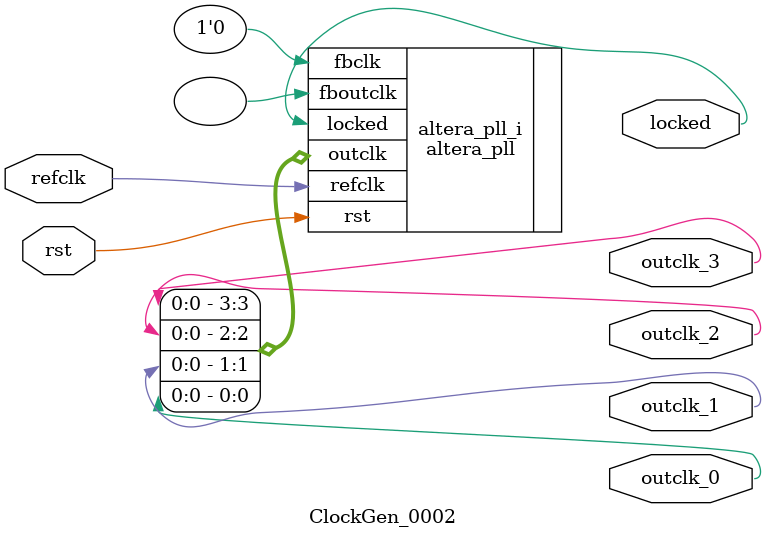
<source format=v>
`timescale 1ns/10ps
module  ClockGen_0002(

	// interface 'refclk'
	input wire refclk,

	// interface 'reset'
	input wire rst,

	// interface 'outclk0'
	output wire outclk_0,

	// interface 'outclk1'
	output wire outclk_1,

	// interface 'outclk2'
	output wire outclk_2,

	// interface 'outclk3'
	output wire outclk_3,

	// interface 'locked'
	output wire locked
);

	altera_pll #(
		.fractional_vco_multiplier("false"),
		.reference_clock_frequency("50.0 MHz"),
		.operation_mode("direct"),
		.number_of_clocks(4),
		.output_clock_frequency0("45.000000 MHz"),
		.phase_shift0("0 ps"),
		.duty_cycle0(50),
		.output_clock_frequency1("30.000000 MHz"),
		.phase_shift1("0 ps"),
		.duty_cycle1(50),
		.output_clock_frequency2("90.000000 MHz"),
		.phase_shift2("0 ps"),
		.duty_cycle2(50),
		.output_clock_frequency3("90.000000 MHz"),
		.phase_shift3("5556 ps"),
		.duty_cycle3(50),
		.output_clock_frequency4("0 MHz"),
		.phase_shift4("0 ps"),
		.duty_cycle4(50),
		.output_clock_frequency5("0 MHz"),
		.phase_shift5("0 ps"),
		.duty_cycle5(50),
		.output_clock_frequency6("0 MHz"),
		.phase_shift6("0 ps"),
		.duty_cycle6(50),
		.output_clock_frequency7("0 MHz"),
		.phase_shift7("0 ps"),
		.duty_cycle7(50),
		.output_clock_frequency8("0 MHz"),
		.phase_shift8("0 ps"),
		.duty_cycle8(50),
		.output_clock_frequency9("0 MHz"),
		.phase_shift9("0 ps"),
		.duty_cycle9(50),
		.output_clock_frequency10("0 MHz"),
		.phase_shift10("0 ps"),
		.duty_cycle10(50),
		.output_clock_frequency11("0 MHz"),
		.phase_shift11("0 ps"),
		.duty_cycle11(50),
		.output_clock_frequency12("0 MHz"),
		.phase_shift12("0 ps"),
		.duty_cycle12(50),
		.output_clock_frequency13("0 MHz"),
		.phase_shift13("0 ps"),
		.duty_cycle13(50),
		.output_clock_frequency14("0 MHz"),
		.phase_shift14("0 ps"),
		.duty_cycle14(50),
		.output_clock_frequency15("0 MHz"),
		.phase_shift15("0 ps"),
		.duty_cycle15(50),
		.output_clock_frequency16("0 MHz"),
		.phase_shift16("0 ps"),
		.duty_cycle16(50),
		.output_clock_frequency17("0 MHz"),
		.phase_shift17("0 ps"),
		.duty_cycle17(50),
		.pll_type("General"),
		.pll_subtype("General")
	) altera_pll_i (
		.rst	(rst),
		.outclk	({outclk_3, outclk_2, outclk_1, outclk_0}),
		.locked	(locked),
		.fboutclk	( ),
		.fbclk	(1'b0),
		.refclk	(refclk)
	);
endmodule


</source>
